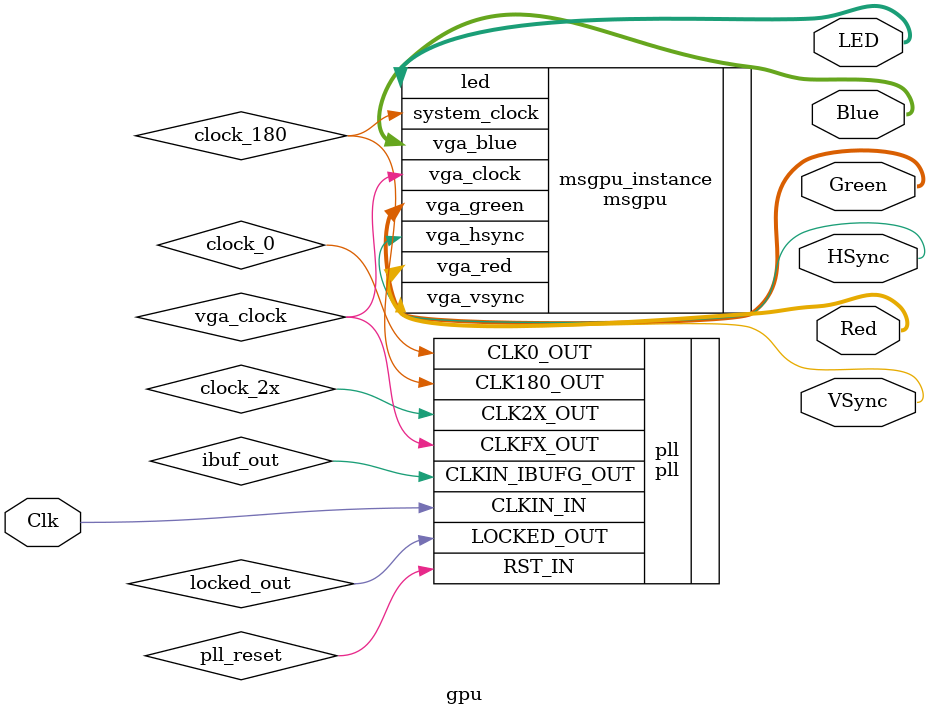
<source format=v>
module gpu(
    input Clk,
    output[7:0] LED,
    output HSync, 
    output VSync, 
    output[2:0] Red, 
    output[2:0] Green,
    output[1:0] Blue
);

reg pll_reset;

wire vga_clock;
wire clock_0;
wire clock_2x;
wire clock_180;

wire locked_out;
wire ibuf_out;

pll pll(
    .CLKIN_IN(Clk),
    .RST_IN(pll_reset),
    .CLKFX_OUT(vga_clock),
    .CLKIN_IBUFG_OUT(ibuf_out),
    .CLK0_OUT(clock_0),
    .CLK2X_OUT(clock_2x),
    .CLK180_OUT(clock_180),
    .LOCKED_OUT(locked_out)
);

msgpu #(.VGA_RED_BITS(3), 
    .VGA_GREEN_BITS(3), 
    .VGA_BLUE_BITS(2),
    .LED_BITS(8)
)
msgpu_instance(
    .system_clock(clock_180),
    .vga_clock(vga_clock),
    .led(LED),
    .vga_hsync(HSync),
    .vga_vsync(VSync),
    .vga_red(Red),
    .vga_green(Green),
    .vga_blue(Blue)
);

endmodule


</source>
